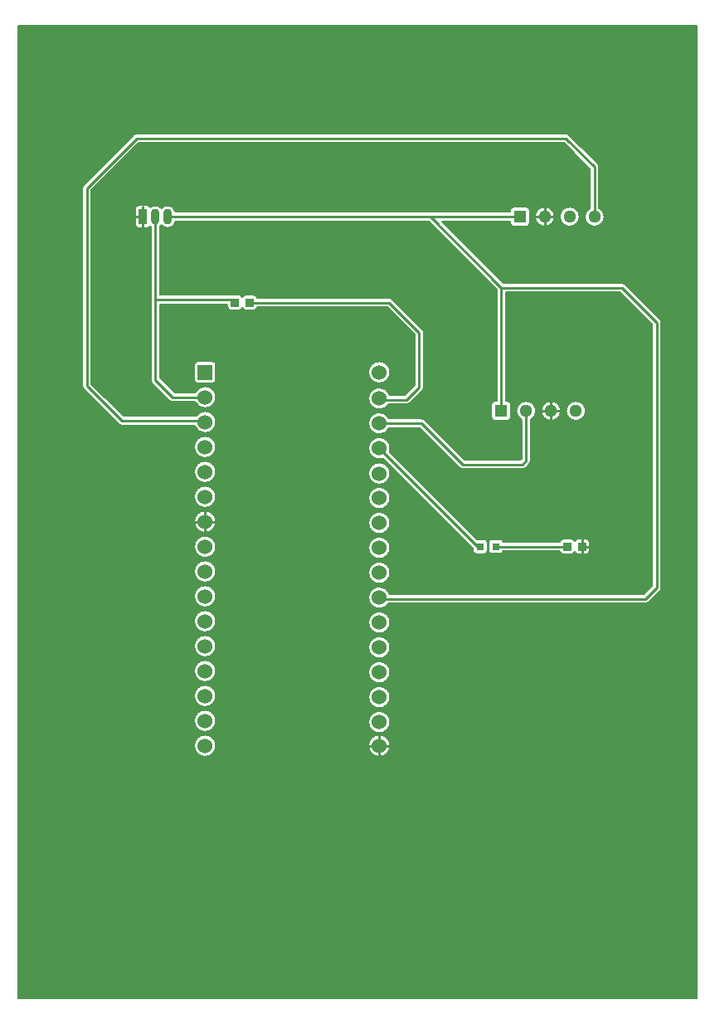
<source format=gtl>
G04 Layer: TopLayer*
G04 EasyEDA Pro v2.1.59.0ce47373.225d47, 2024-05-28 20:03:57*
G04 Gerber Generator version 0.3*
G04 Scale: 100 percent, Rotated: No, Reflected: No*
G04 Dimensions in millimeters*
G04 Leading zeros omitted, absolute positions, 3 integers and 5 decimals*
%FSLAX35Y35*%
%MOMM*%
%ADD8191C,0.2032*%
%ADD10C,0.254*%
%ADD11O,0.9X1.6*%
%ADD12R,0.9X1.6*%
%ADD13R,0.80648X0.86401*%
%ADD14R,1.524X1.524*%
%ADD15C,1.524*%
%ADD16C,1.2954*%
%ADD17R,1.2954X1.2954*%
%ADD18R,0.8041X0.8001*%
%ADD19R,0.8001X0.8001*%
G75*


G04 Copper Start*
G36*
G01X-35814Y9964186D02*
G01X-35814Y35814D01*
G01X-6964186D01*
G01Y9964186D01*
G01X-35814D01*
G37*
%LPC*%
G36*
G01X-3388614Y4127657D02*
G03X-3276600Y4015643I112014J0D01*
G03X-3182894Y4066286I0J112014D01*
G01X-558800D01*
G03X-524495Y4080495I0J48514D01*
G01X-410195Y4194795D01*
G03X-395986Y4229100I-34305J34305D01*
G01Y6934200D01*
G03X-410195Y6968505I-48514J0D01*
G01X-765795Y7324105D01*
G03X-800100Y7338314I-34305J-34305D01*
G01X-2010266D01*
G01X-2637138Y7965186D01*
G01X-1942084D01*
G01Y7948930D01*
G03X-1906270Y7913116I35814J0D01*
G01X-1776730D01*
G03X-1740916Y7948930I0J35814D01*
G01Y8078470D01*
G03X-1776730Y8114284I-35814J0D01*
G01X-1906270D01*
G03X-1942084Y8078470I0J-35814D01*
G01Y8062214D01*
G01X-2754261D01*
G01X-5355924D01*
G03X-5435600Y8129514I-79676J-13514D01*
G03X-5499100Y8098686I0J-80814D01*
G03X-5562600Y8129514I-63500J-49986D01*
G03X-5613504Y8111467I0J-80814D01*
G03X-5644600Y8129514I-31096J-17767D01*
G01X-5734600D01*
G03X-5770414Y8093700I0J-35814D01*
G01Y7933700D01*
G03X-5734600Y7897886I35814J0D01*
G01X-5644600D01*
G03X-5613504Y7915933I0J35814D01*
G03X-5611114Y7914068I50904J62767D01*
G01Y7168376D01*
G01Y6350000D01*
G03X-5596905Y6315695I48514J0D01*
G01X-5419105Y6137895D01*
G03X-5384800Y6123686I34305J34305D01*
G01X-5155563D01*
G03X-5054600Y6060186I100963J48514D01*
G03X-4942586Y6172200I0J112014D01*
G03X-5054600Y6284214I-112014J0D01*
G03X-5155563Y6220714I0J-112014D01*
G01X-5364705D01*
G01X-5514086Y6370095D01*
G01Y7119862D01*
G01X-4825074D01*
G01Y7094200D01*
G03X-4789260Y7058386I35814J0D01*
G01X-4708613D01*
G03X-4673600Y7086666I0J35814D01*
G03X-4638587Y7058386I35013J7534D01*
G01X-4557940D01*
G03X-4522522Y7088886I0J35814D01*
G01X-3195095D01*
G01X-2918714Y6812505D01*
G01Y6293895D01*
G01X-3017295Y6195314D01*
G01X-3170413D01*
G03X-3276600Y6271671I-106187J-35657D01*
G03X-3388614Y6159657I0J-112014D01*
G03X-3276600Y6047643I112014J0D01*
G03X-3182894Y6098286I0J112014D01*
G01X-2997200D01*
G03X-2962895Y6112495I0J48514D01*
G01X-2835895Y6239495D01*
G03X-2821686Y6273800I-34305J34305D01*
G01Y6832600D01*
G03X-2835895Y6866905I-48514J0D01*
G01X-3140695Y7171705D01*
G03X-3175000Y7185914I-34305J-34305D01*
G01X-4522522D01*
G03X-4557940Y7216414I-35418J-5314D01*
G01X-4638587D01*
G03X-4673600Y7188134I0J-35814D01*
G03X-4708613Y7216414I-35013J-7534D01*
G01X-4773138D01*
G03X-4779912Y7216890I-6774J-48039D01*
G01X-5514086D01*
G01Y7914068D01*
G03X-5499100Y7928714I-48514J64632D01*
G03X-5435600Y7897886I63500J49986D01*
G03X-5355924Y7965186I0J80814D01*
G01X-2774356D01*
G01X-2080514Y7271344D01*
G01Y6133084D01*
G01X-2096770D01*
G03X-2132584Y6097270I0J-35814D01*
G01Y5967730D01*
G03X-2096770Y5931916I35814J0D01*
G01X-1967230D01*
G03X-1931416Y5967730I0J35814D01*
G01Y6097270D01*
G03X-1967230Y6133084I-35814J0D01*
G01X-1983486D01*
G01Y7241286D01*
G01X-820195D01*
G01X-493014Y6914105D01*
G01Y4249195D01*
G01X-578895Y4163314D01*
G01X-3170413D01*
G03X-3276600Y4239671I-106187J-35657D01*
G03X-3388614Y4127657I0J-112014D01*
G37*
G36*
G01X-5160734Y5882386D02*
G03X-5054600Y5806186I106134J35814D01*
G03X-4942586Y5918200I0J112014D01*
G03X-5054600Y6030214I-112014J0D01*
G03X-5148408Y5979414I0J-112014D01*
G01X-5885405D01*
G01X-6212586Y6306595D01*
G01Y8285705D01*
G01X-5733005Y8765286D01*
G01X-1391695D01*
G01X-1128014Y8501605D01*
G01Y8101811D01*
G03X-1180084Y8013700I48514J-88111D01*
G03X-1079500Y7913116I100584J0D01*
G03X-978916Y8013700I0J100584D01*
G03X-1030986Y8101811I-100584J0D01*
G01Y8521700D01*
G03X-1045195Y8556005I-48514J0D01*
G01X-1337295Y8848105D01*
G03X-1371600Y8862314I-34305J-34305D01*
G01X-5753100D01*
G03X-5787405Y8848105I0J-48514D01*
G01X-6295405Y8340105D01*
G03X-6309614Y8305800I34305J-34305D01*
G01Y6286500D01*
G03X-6295405Y6252195I48514J0D01*
G01X-5939805Y5896595D01*
G03X-5905500Y5882386I34305J34305D01*
G01X-5160734D01*
G37*
G36*
G01X-2322449Y4608703D02*
G03X-2286635Y4572889I35814J0D01*
G01X-2206625D01*
G03X-2170811Y4608703I0J35814D01*
G01Y4688713D01*
G03X-2206625Y4724527I-35814J0D01*
G01X-2280861D01*
G01X-3170904Y5614570D01*
G03X-3164586Y5651657I-105696J37087D01*
G03X-3276600Y5763671I-112014J0D01*
G03X-3388614Y5651657I0J-112014D01*
G03X-3276600Y5539643I112014J0D01*
G03X-3239513Y5545961I0J112014D01*
G01X-2322449Y4628897D01*
G01Y4608703D01*
G37*
G36*
G01X-2460005Y5452095D02*
G03X-2425700Y5437886I34305J34305D01*
G01X-1816100D01*
G03X-1781795Y5452095I0J48514D01*
G01X-1743695Y5490195D01*
G03X-1729486Y5524500I-34305J34305D01*
G01Y5944389D01*
G03X-1677416Y6032500I-48514J88111D01*
G03X-1778000Y6133084I-100584J0D01*
G03X-1878584Y6032500I0J-100584D01*
G03X-1826514Y5944389I100584J0D01*
G01Y5544595D01*
G01X-1836195Y5534914D01*
G01X-2405605D01*
G01X-2810495Y5939805D01*
G03X-2844800Y5954014I-34305J-34305D01*
G01X-3175562D01*
G03X-3276600Y6017671I-101038J-48357D01*
G03X-3388614Y5905657I0J-112014D01*
G03X-3276600Y5793643I112014J0D01*
G03X-3175712Y5856986I0J112014D01*
G01X-2864895D01*
G01X-2460005Y5452095D01*
G37*
G36*
G01X-1433915Y4600702D02*
G03X-1398360Y4569186I35555J4298D01*
G01X-1317713D01*
G03X-1282700Y4597466I0J35814D01*
G03X-1247687Y4569186I35013J7534D01*
G01X-1167040D01*
G03X-1131226Y4605000I0J35814D01*
G01Y4691400D01*
G03X-1167040Y4727214I-35814J0D01*
G01X-1247687D01*
G03X-1282700Y4698934I0J-35814D01*
G03X-1317713Y4727214I-35013J-7534D01*
G01X-1398360D01*
G03X-1433610Y4697730I0J-35814D01*
G01X-2011817D01*
G03X-2046605Y4725035I-34788J-8509D01*
G01X-2126615D01*
G03X-2162429Y4689221I0J-35814D01*
G01Y4609211D01*
G03X-2126615Y4573397I35814J0D01*
G01X-2046605D01*
G03X-2011817Y4600702I0J35814D01*
G01X-1433915D01*
G37*
G36*
G01X-3276600Y6314186D02*
G03X-3164586Y6426200I0J112014D01*
G03X-3276600Y6538214I-112014J0D01*
G03X-3388614Y6426200I0J-112014D01*
G03X-3276600Y6314186I112014J0D01*
G37*
G36*
G01X-5166614Y6350000D02*
G03X-5130800Y6314186I35814J0D01*
G01X-4978400D01*
G03X-4942586Y6350000I0J35814D01*
G01Y6502400D01*
G03X-4978400Y6538214I-35814J0D01*
G01X-5130800D01*
G03X-5166614Y6502400I0J-35814D01*
G01Y6350000D01*
G37*
G36*
G01X-5054600Y3266186D02*
G03X-4942586Y3378200I0J112014D01*
G03X-5054600Y3490214I-112014J0D01*
G03X-5166614Y3378200I0J-112014D01*
G03X-5054600Y3266186I112014J0D01*
G37*
G36*
G01X-3276600Y3507643D02*
G03X-3164586Y3619657I0J112014D01*
G03X-3276600Y3731671I-112014J0D01*
G03X-3388614Y3619657I0J-112014D01*
G03X-3276600Y3507643I112014J0D01*
G37*
G36*
G01X-5166614Y3632200D02*
G03X-5054600Y3520186I112014J0D01*
G03X-4942586Y3632200I0J112014D01*
G03X-5054600Y3744214I-112014J0D01*
G03X-5166614Y3632200I0J-112014D01*
G37*
G36*
G01X-3388614Y3873657D02*
G03X-3276600Y3761643I112014J0D01*
G03X-3164586Y3873657I0J112014D01*
G03X-3276600Y3985671I-112014J0D01*
G03X-3388614Y3873657I0J-112014D01*
G37*
G36*
G01X-5166614Y3886200D02*
G03X-5054600Y3774186I112014J0D01*
G03X-4942586Y3886200I0J112014D01*
G03X-5054600Y3998214I-112014J0D01*
G03X-5166614Y3886200I0J-112014D01*
G37*
G36*
G01X-5166614Y3124200D02*
G03X-5054600Y3012186I112014J0D01*
G03X-4942586Y3124200I0J112014D01*
G03X-5054600Y3236214I-112014J0D01*
G03X-5166614Y3124200I0J-112014D01*
G37*
G36*
G01X-5166614Y4140200D02*
G03X-5054600Y4028186I112014J0D01*
G03X-4942586Y4140200I0J112014D01*
G03X-5054600Y4252214I-112014J0D01*
G03X-5166614Y4140200I0J-112014D01*
G37*
G36*
G01X-3388614Y4381657D02*
G03X-3276600Y4269643I112014J0D01*
G03X-3164586Y4381657I0J112014D01*
G03X-3276600Y4493671I-112014J0D01*
G03X-3388614Y4381657I0J-112014D01*
G37*
G36*
G01X-5166614Y4394200D02*
G03X-5054600Y4282186I112014J0D01*
G03X-4942586Y4394200I0J112014D01*
G03X-5054600Y4506214I-112014J0D01*
G03X-5166614Y4394200I0J-112014D01*
G37*
G36*
G01X-3276600Y4523643D02*
G03X-3164586Y4635657I0J112014D01*
G03X-3276600Y4747671I-112014J0D01*
G03X-3388614Y4635657I0J-112014D01*
G03X-3276600Y4523643I112014J0D01*
G37*
G36*
G01X-5054600Y4534012D02*
G03X-4942586Y4646026I0J112014D01*
G03X-5054600Y4758040I-112014J0D01*
G03X-5166614Y4646026I0J-112014D01*
G03X-5054600Y4534012I112014J0D01*
G37*
G36*
G01X-3388614Y3111657D02*
G03X-3276600Y2999643I112014J0D01*
G03X-3164586Y3111657I0J112014D01*
G03X-3276600Y3223671I-112014J0D01*
G03X-3388614Y3111657I0J-112014D01*
G37*
G36*
G01X-3276600Y4777643D02*
G03X-3164586Y4889657I0J112014D01*
G03X-3276600Y5001671I-112014J0D01*
G03X-3388614Y4889657I0J-112014D01*
G03X-3276600Y4777643I112014J0D01*
G37*
G36*
G01X-5166614Y4902200D02*
G03X-5054600Y4790186I112014J0D01*
G03X-4942586Y4902200I0J112014D01*
G03X-5054600Y5014214I-112014J0D01*
G03X-5166614Y4902200I0J-112014D01*
G37*
G36*
G01X-3388614Y5143657D02*
G03X-3276600Y5031643I112014J0D01*
G03X-3164586Y5143657I0J112014D01*
G03X-3276600Y5255671I-112014J0D01*
G03X-3388614Y5143657I0J-112014D01*
G37*
G36*
G01X-5054600Y5044186D02*
G03X-4942586Y5156200I0J112014D01*
G03X-5054600Y5268214I-112014J0D01*
G03X-5166614Y5156200I0J-112014D01*
G03X-5054600Y5044186I112014J0D01*
G37*
G36*
G01X-3388614Y5393450D02*
G03X-3276600Y5281436I112014J0D01*
G03X-3164586Y5393450I0J112014D01*
G03X-3276600Y5505464I-112014J0D01*
G03X-3388614Y5393450I0J-112014D01*
G37*
G36*
G01X-5054600Y5298186D02*
G03X-4942586Y5410200I0J112014D01*
G03X-5054600Y5522214I-112014J0D01*
G03X-5166614Y5410200I0J-112014D01*
G03X-5054600Y5298186I112014J0D01*
G37*
G36*
G01X-5166614Y2870200D02*
G03X-5054600Y2758186I112014J0D01*
G03X-4942586Y2870200I0J112014D01*
G03X-5054600Y2982214I-112014J0D01*
G03X-5166614Y2870200I0J-112014D01*
G37*
G36*
G01X-5054600Y5552186D02*
G03X-4942586Y5664200I0J112014D01*
G03X-5054600Y5776214I-112014J0D01*
G03X-5166614Y5664200I0J-112014D01*
G03X-5054600Y5552186I112014J0D01*
G37*
G36*
G01X-3388614Y2857657D02*
G03X-3276600Y2745643I112014J0D01*
G03X-3164586Y2857657I0J112014D01*
G03X-3276600Y2969671I-112014J0D01*
G03X-3388614Y2857657I0J-112014D01*
G37*
G36*
G01X-5054600Y2504186D02*
G03X-4942586Y2616200I0J112014D01*
G03X-5054600Y2728214I-112014J0D01*
G03X-5166614Y2616200I0J-112014D01*
G03X-5054600Y2504186I112014J0D01*
G37*
G36*
G01X-3388614Y3365657D02*
G03X-3276600Y3253643I112014J0D01*
G03X-3164586Y3365657I0J112014D01*
G03X-3276600Y3477671I-112014J0D01*
G03X-3388614Y3365657I0J-112014D01*
G37*
G36*
G01X-3276600Y2504186D02*
G03X-3164586Y2616200I0J112014D01*
G03X-3276600Y2728214I-112014J0D01*
G03X-3388614Y2616200I0J-112014D01*
G03X-3276600Y2504186I112014J0D01*
G37*
G36*
G01X-1270000Y5931916D02*
G03X-1169416Y6032500I0J100584D01*
G03X-1270000Y6133084I-100584J0D01*
G03X-1370584Y6032500I0J-100584D01*
G03X-1270000Y5931916I100584J0D01*
G37*
G36*
G01X-1524000Y5931916D02*
G03X-1423416Y6032500I0J100584D01*
G03X-1524000Y6133084I-100584J0D01*
G03X-1624584Y6032500I0J-100584D01*
G03X-1524000Y5931916I100584J0D01*
G37*
G36*
G01X-1688084Y8013700D02*
G03X-1587500Y7913116I100584J0D01*
G03X-1486916Y8013700I0J100584D01*
G03X-1587500Y8114284I-100584J0D01*
G03X-1688084Y8013700I0J-100584D01*
G37*
G36*
G01X-1333500Y7913116D02*
G03X-1232916Y8013700I0J100584D01*
G03X-1333500Y8114284I-100584J0D01*
G03X-1434084Y8013700I0J-100584D01*
G03X-1333500Y7913116I100584J0D01*
G37*
%LPD*%
G54D8191*
G01X-35814Y9964186D02*
G01X-35814Y35814D01*
G01X-6964186D01*
G01Y9964186D01*
G01X-35814D01*
G01X-3388614Y4127657D02*
G03X-3276600Y4015643I112014J0D01*
G03X-3182894Y4066286I0J112014D01*
G01X-558800D01*
G03X-524495Y4080495I0J48514D01*
G01X-410195Y4194795D01*
G03X-395986Y4229100I-34305J34305D01*
G01Y6934200D01*
G03X-410195Y6968505I-48514J0D01*
G01X-765795Y7324105D01*
G03X-800100Y7338314I-34305J-34305D01*
G01X-2010266D01*
G01X-2637138Y7965186D01*
G01X-1942084D01*
G01Y7948930D01*
G03X-1906270Y7913116I35814J0D01*
G01X-1776730D01*
G03X-1740916Y7948930I0J35814D01*
G01Y8078470D01*
G03X-1776730Y8114284I-35814J0D01*
G01X-1906270D01*
G03X-1942084Y8078470I0J-35814D01*
G01Y8062214D01*
G01X-2754261D01*
G01X-5355924D01*
G03X-5435600Y8129514I-79676J-13514D01*
G03X-5499100Y8098686I0J-80814D01*
G03X-5562600Y8129514I-63500J-49986D01*
G03X-5613504Y8111467I0J-80814D01*
G03X-5644600Y8129514I-31096J-17767D01*
G01X-5734600D01*
G03X-5770414Y8093700I0J-35814D01*
G01Y7933700D01*
G03X-5734600Y7897886I35814J0D01*
G01X-5644600D01*
G03X-5613504Y7915933I0J35814D01*
G03X-5611114Y7914068I50904J62767D01*
G01Y7168376D01*
G01Y6350000D01*
G03X-5596905Y6315695I48514J0D01*
G01X-5419105Y6137895D01*
G03X-5384800Y6123686I34305J34305D01*
G01X-5155563D01*
G03X-5054600Y6060186I100963J48514D01*
G03X-4942586Y6172200I0J112014D01*
G03X-5054600Y6284214I-112014J0D01*
G03X-5155563Y6220714I0J-112014D01*
G01X-5364705D01*
G01X-5514086Y6370095D01*
G01Y7119862D01*
G01X-4825074D01*
G01Y7094200D01*
G03X-4789260Y7058386I35814J0D01*
G01X-4708613D01*
G03X-4673600Y7086666I0J35814D01*
G03X-4638587Y7058386I35013J7534D01*
G01X-4557940D01*
G03X-4522522Y7088886I0J35814D01*
G01X-3195095D01*
G01X-2918714Y6812505D01*
G01Y6293895D01*
G01X-3017295Y6195314D01*
G01X-3170413D01*
G03X-3276600Y6271671I-106187J-35657D01*
G03X-3388614Y6159657I0J-112014D01*
G03X-3276600Y6047643I112014J0D01*
G03X-3182894Y6098286I0J112014D01*
G01X-2997200D01*
G03X-2962895Y6112495I0J48514D01*
G01X-2835895Y6239495D01*
G03X-2821686Y6273800I-34305J34305D01*
G01Y6832600D01*
G03X-2835895Y6866905I-48514J0D01*
G01X-3140695Y7171705D01*
G03X-3175000Y7185914I-34305J-34305D01*
G01X-4522522D01*
G03X-4557940Y7216414I-35418J-5314D01*
G01X-4638587D01*
G03X-4673600Y7188134I0J-35814D01*
G03X-4708613Y7216414I-35013J-7534D01*
G01X-4773138D01*
G03X-4779912Y7216890I-6774J-48039D01*
G01X-5514086D01*
G01Y7914068D01*
G03X-5499100Y7928714I-48514J64632D01*
G03X-5435600Y7897886I63500J49986D01*
G03X-5355924Y7965186I0J80814D01*
G01X-2774356D01*
G01X-2080514Y7271344D01*
G01Y6133084D01*
G01X-2096770D01*
G03X-2132584Y6097270I0J-35814D01*
G01Y5967730D01*
G03X-2096770Y5931916I35814J0D01*
G01X-1967230D01*
G03X-1931416Y5967730I0J35814D01*
G01Y6097270D01*
G03X-1967230Y6133084I-35814J0D01*
G01X-1983486D01*
G01Y7241286D01*
G01X-820195D01*
G01X-493014Y6914105D01*
G01Y4249195D01*
G01X-578895Y4163314D01*
G01X-3170413D01*
G03X-3276600Y4239671I-106187J-35657D01*
G03X-3388614Y4127657I0J-112014D01*
G01X-5160734Y5882386D02*
G03X-5054600Y5806186I106134J35814D01*
G03X-4942586Y5918200I0J112014D01*
G03X-5054600Y6030214I-112014J0D01*
G03X-5148408Y5979414I0J-112014D01*
G01X-5885405D01*
G01X-6212586Y6306595D01*
G01Y8285705D01*
G01X-5733005Y8765286D01*
G01X-1391695D01*
G01X-1128014Y8501605D01*
G01Y8101811D01*
G03X-1180084Y8013700I48514J-88111D01*
G03X-1079500Y7913116I100584J0D01*
G03X-978916Y8013700I0J100584D01*
G03X-1030986Y8101811I-100584J0D01*
G01Y8521700D01*
G03X-1045195Y8556005I-48514J0D01*
G01X-1337295Y8848105D01*
G03X-1371600Y8862314I-34305J-34305D01*
G01X-5753100D01*
G03X-5787405Y8848105I0J-48514D01*
G01X-6295405Y8340105D01*
G03X-6309614Y8305800I34305J-34305D01*
G01Y6286500D01*
G03X-6295405Y6252195I48514J0D01*
G01X-5939805Y5896595D01*
G03X-5905500Y5882386I34305J34305D01*
G01X-5160734D01*
G01X-2322449Y4608703D02*
G03X-2286635Y4572889I35814J0D01*
G01X-2206625D01*
G03X-2170811Y4608703I0J35814D01*
G01Y4688713D01*
G03X-2206625Y4724527I-35814J0D01*
G01X-2280861D01*
G01X-3170904Y5614570D01*
G03X-3164586Y5651657I-105696J37087D01*
G03X-3276600Y5763671I-112014J0D01*
G03X-3388614Y5651657I0J-112014D01*
G03X-3276600Y5539643I112014J0D01*
G03X-3239513Y5545961I0J112014D01*
G01X-2322449Y4628897D01*
G01Y4608703D01*
G01X-2460005Y5452095D02*
G03X-2425700Y5437886I34305J34305D01*
G01X-1816100D01*
G03X-1781795Y5452095I0J48514D01*
G01X-1743695Y5490195D01*
G03X-1729486Y5524500I-34305J34305D01*
G01Y5944389D01*
G03X-1677416Y6032500I-48514J88111D01*
G03X-1778000Y6133084I-100584J0D01*
G03X-1878584Y6032500I0J-100584D01*
G03X-1826514Y5944389I100584J0D01*
G01Y5544595D01*
G01X-1836195Y5534914D01*
G01X-2405605D01*
G01X-2810495Y5939805D01*
G03X-2844800Y5954014I-34305J-34305D01*
G01X-3175562D01*
G03X-3276600Y6017671I-101038J-48357D01*
G03X-3388614Y5905657I0J-112014D01*
G03X-3276600Y5793643I112014J0D01*
G03X-3175712Y5856986I0J112014D01*
G01X-2864895D01*
G01X-2460005Y5452095D01*
G01X-1433915Y4600702D02*
G03X-1398360Y4569186I35555J4298D01*
G01X-1317713D01*
G03X-1282700Y4597466I0J35814D01*
G03X-1247687Y4569186I35013J7534D01*
G01X-1167040D01*
G03X-1131226Y4605000I0J35814D01*
G01Y4691400D01*
G03X-1167040Y4727214I-35814J0D01*
G01X-1247687D01*
G03X-1282700Y4698934I0J-35814D01*
G03X-1317713Y4727214I-35013J-7534D01*
G01X-1398360D01*
G03X-1433610Y4697730I0J-35814D01*
G01X-2011817D01*
G03X-2046605Y4725035I-34788J-8509D01*
G01X-2126615D01*
G03X-2162429Y4689221I0J-35814D01*
G01Y4609211D01*
G03X-2126615Y4573397I35814J0D01*
G01X-2046605D01*
G03X-2011817Y4600702I0J35814D01*
G01X-1433915D01*
G01X-3276600Y6314186D02*
G03X-3164586Y6426200I0J112014D01*
G03X-3276600Y6538214I-112014J0D01*
G03X-3388614Y6426200I0J-112014D01*
G03X-3276600Y6314186I112014J0D01*
G01X-5166614Y6350000D02*
G03X-5130800Y6314186I35814J0D01*
G01X-4978400D01*
G03X-4942586Y6350000I0J35814D01*
G01Y6502400D01*
G03X-4978400Y6538214I-35814J0D01*
G01X-5130800D01*
G03X-5166614Y6502400I0J-35814D01*
G01Y6350000D01*
G01X-5054600Y3266186D02*
G03X-4942586Y3378200I0J112014D01*
G03X-5054600Y3490214I-112014J0D01*
G03X-5166614Y3378200I0J-112014D01*
G03X-5054600Y3266186I112014J0D01*
G01X-3276600Y3507643D02*
G03X-3164586Y3619657I0J112014D01*
G03X-3276600Y3731671I-112014J0D01*
G03X-3388614Y3619657I0J-112014D01*
G03X-3276600Y3507643I112014J0D01*
G01X-5166614Y3632200D02*
G03X-5054600Y3520186I112014J0D01*
G03X-4942586Y3632200I0J112014D01*
G03X-5054600Y3744214I-112014J0D01*
G03X-5166614Y3632200I0J-112014D01*
G01X-3388614Y3873657D02*
G03X-3276600Y3761643I112014J0D01*
G03X-3164586Y3873657I0J112014D01*
G03X-3276600Y3985671I-112014J0D01*
G03X-3388614Y3873657I0J-112014D01*
G01X-5166614Y3886200D02*
G03X-5054600Y3774186I112014J0D01*
G03X-4942586Y3886200I0J112014D01*
G03X-5054600Y3998214I-112014J0D01*
G03X-5166614Y3886200I0J-112014D01*
G01X-5166614Y3124200D02*
G03X-5054600Y3012186I112014J0D01*
G03X-4942586Y3124200I0J112014D01*
G03X-5054600Y3236214I-112014J0D01*
G03X-5166614Y3124200I0J-112014D01*
G01X-5166614Y4140200D02*
G03X-5054600Y4028186I112014J0D01*
G03X-4942586Y4140200I0J112014D01*
G03X-5054600Y4252214I-112014J0D01*
G03X-5166614Y4140200I0J-112014D01*
G01X-3388614Y4381657D02*
G03X-3276600Y4269643I112014J0D01*
G03X-3164586Y4381657I0J112014D01*
G03X-3276600Y4493671I-112014J0D01*
G03X-3388614Y4381657I0J-112014D01*
G01X-5166614Y4394200D02*
G03X-5054600Y4282186I112014J0D01*
G03X-4942586Y4394200I0J112014D01*
G03X-5054600Y4506214I-112014J0D01*
G03X-5166614Y4394200I0J-112014D01*
G01X-3276600Y4523643D02*
G03X-3164586Y4635657I0J112014D01*
G03X-3276600Y4747671I-112014J0D01*
G03X-3388614Y4635657I0J-112014D01*
G03X-3276600Y4523643I112014J0D01*
G01X-5054600Y4534012D02*
G03X-4942586Y4646026I0J112014D01*
G03X-5054600Y4758040I-112014J0D01*
G03X-5166614Y4646026I0J-112014D01*
G03X-5054600Y4534012I112014J0D01*
G01X-3388614Y3111657D02*
G03X-3276600Y2999643I112014J0D01*
G03X-3164586Y3111657I0J112014D01*
G03X-3276600Y3223671I-112014J0D01*
G03X-3388614Y3111657I0J-112014D01*
G01X-3276600Y4777643D02*
G03X-3164586Y4889657I0J112014D01*
G03X-3276600Y5001671I-112014J0D01*
G03X-3388614Y4889657I0J-112014D01*
G03X-3276600Y4777643I112014J0D01*
G01X-5166614Y4902200D02*
G03X-5054600Y4790186I112014J0D01*
G03X-4942586Y4902200I0J112014D01*
G03X-5054600Y5014214I-112014J0D01*
G03X-5166614Y4902200I0J-112014D01*
G01X-3388614Y5143657D02*
G03X-3276600Y5031643I112014J0D01*
G03X-3164586Y5143657I0J112014D01*
G03X-3276600Y5255671I-112014J0D01*
G03X-3388614Y5143657I0J-112014D01*
G01X-5054600Y5044186D02*
G03X-4942586Y5156200I0J112014D01*
G03X-5054600Y5268214I-112014J0D01*
G03X-5166614Y5156200I0J-112014D01*
G03X-5054600Y5044186I112014J0D01*
G01X-3388614Y5393450D02*
G03X-3276600Y5281436I112014J0D01*
G03X-3164586Y5393450I0J112014D01*
G03X-3276600Y5505464I-112014J0D01*
G03X-3388614Y5393450I0J-112014D01*
G01X-5054600Y5298186D02*
G03X-4942586Y5410200I0J112014D01*
G03X-5054600Y5522214I-112014J0D01*
G03X-5166614Y5410200I0J-112014D01*
G03X-5054600Y5298186I112014J0D01*
G01X-5166614Y2870200D02*
G03X-5054600Y2758186I112014J0D01*
G03X-4942586Y2870200I0J112014D01*
G03X-5054600Y2982214I-112014J0D01*
G03X-5166614Y2870200I0J-112014D01*
G01X-5054600Y5552186D02*
G03X-4942586Y5664200I0J112014D01*
G03X-5054600Y5776214I-112014J0D01*
G03X-5166614Y5664200I0J-112014D01*
G03X-5054600Y5552186I112014J0D01*
G01X-3388614Y2857657D02*
G03X-3276600Y2745643I112014J0D01*
G03X-3164586Y2857657I0J112014D01*
G03X-3276600Y2969671I-112014J0D01*
G03X-3388614Y2857657I0J-112014D01*
G01X-5054600Y2504186D02*
G03X-4942586Y2616200I0J112014D01*
G03X-5054600Y2728214I-112014J0D01*
G03X-5166614Y2616200I0J-112014D01*
G03X-5054600Y2504186I112014J0D01*
G01X-3388614Y3365657D02*
G03X-3276600Y3253643I112014J0D01*
G03X-3164586Y3365657I0J112014D01*
G03X-3276600Y3477671I-112014J0D01*
G03X-3388614Y3365657I0J-112014D01*
G01X-3276600Y2504186D02*
G03X-3164586Y2616200I0J112014D01*
G03X-3276600Y2728214I-112014J0D01*
G03X-3388614Y2616200I0J-112014D01*
G03X-3276600Y2504186I112014J0D01*
G01X-1270000Y5931916D02*
G03X-1169416Y6032500I0J100584D01*
G03X-1270000Y6133084I-100584J0D01*
G03X-1370584Y6032500I0J-100584D01*
G03X-1270000Y5931916I100584J0D01*
G01X-1524000Y5931916D02*
G03X-1423416Y6032500I0J100584D01*
G03X-1524000Y6133084I-100584J0D01*
G03X-1624584Y6032500I0J-100584D01*
G03X-1524000Y5931916I100584J0D01*
G01X-1688084Y8013700D02*
G03X-1587500Y7913116I100584J0D01*
G03X-1486916Y8013700I0J100584D01*
G03X-1587500Y8114284I-100584J0D01*
G03X-1688084Y8013700I0J-100584D01*
G01X-1333500Y7913116D02*
G03X-1232916Y8013700I0J100584D01*
G03X-1333500Y8114284I-100584J0D01*
G03X-1434084Y8013700I0J-100584D01*
G03X-1333500Y7913116I100584J0D01*
G54D10*
G01X-1207364Y4648200D02*
G01X-1141132Y4648200D01*
G01X-1207364Y4648200D02*
G01X-1207364Y4717308D01*
G01X-1207364Y4648200D02*
G01X-1207364Y4579092D01*
G01X-5689600Y8013700D02*
G01X-5760508Y8013700D01*
G01X-5689600Y8013700D02*
G01X-5689600Y8119608D01*
G01X-5689600Y8013700D02*
G01X-5689600Y7907792D01*
G01X-5054600Y4902200D02*
G01X-5156708Y4902200D01*
G01X-5054600Y4902200D02*
G01X-4952492Y4902200D01*
G01X-5054600Y4902200D02*
G01X-5054600Y5004308D01*
G01X-5054600Y4902200D02*
G01X-5054600Y4800092D01*
G01X-3276600Y2616200D02*
G01X-3378708Y2616200D01*
G01X-3276600Y2616200D02*
G01X-3174492Y2616200D01*
G01X-3276600Y2616200D02*
G01X-3276600Y2718308D01*
G01X-3276600Y2616200D02*
G01X-3276600Y2514092D01*
G01X-1587500Y8013700D02*
G01X-1496822Y8013700D01*
G01X-1587500Y8013700D02*
G01X-1678178Y8013700D01*
G01X-1587500Y8013700D02*
G01X-1587500Y7923022D01*
G01X-1587500Y8013700D02*
G01X-1587500Y8104378D01*
G01X-1524000Y6032500D02*
G01X-1433322Y6032500D01*
G01X-1524000Y6032500D02*
G01X-1614678Y6032500D01*
G01X-1524000Y6032500D02*
G01X-1524000Y5941822D01*
G01X-1524000Y6032500D02*
G01X-1524000Y6123178D01*
G04 Copper End*

G04 Pad Start*
G54D11*
G01X-5435600Y8013700D03*
G01X-5562600Y8013700D03*
G54D12*
G01X-5689600Y8013700D03*
G54D13*
G01X-4598264Y7137400D03*
G01X-4748936Y7137400D03*
G54D14*
G01X-5054600Y6426200D03*
G54D15*
G01X-5054600Y6172200D03*
G01X-5054600Y5918200D03*
G01X-5054600Y5664200D03*
G01X-5054600Y5410200D03*
G01X-5054600Y5156200D03*
G01X-5054600Y4902200D03*
G01X-5054600Y4646026D03*
G01X-5054600Y4394200D03*
G01X-5054600Y4140200D03*
G01X-5054600Y3886200D03*
G01X-5054600Y3632200D03*
G01X-5054600Y3378200D03*
G01X-5054600Y2870200D03*
G01X-5054600Y2616200D03*
G01X-5054600Y3124200D03*
G01X-3276600Y2616200D03*
G01X-3276600Y6159657D03*
G01X-3276600Y5905657D03*
G01X-3276600Y5651657D03*
G01X-3276600Y5393450D03*
G01X-3276600Y5143657D03*
G01X-3276600Y4889657D03*
G01X-3276600Y4635657D03*
G01X-3276600Y4381657D03*
G01X-3276600Y4127657D03*
G01X-3276600Y3873657D03*
G01X-3276600Y3619657D03*
G01X-3276600Y3365657D03*
G01X-3276600Y3111657D03*
G01X-3276600Y2857657D03*
G01X-3276600Y6426200D03*
G54D16*
G01X-1079500Y8013700D03*
G01X-1333500Y8013700D03*
G01X-1587500Y8013700D03*
G54D17*
G01X-1841500Y8013700D03*
G54D16*
G01X-1270000Y6032500D03*
G01X-1524000Y6032500D03*
G01X-1778000Y6032500D03*
G54D17*
G01X-2032000Y6032500D03*
G54D19*
G01X-2086610Y4649216D03*
G01X-2246630Y4648708D03*
G54D13*
G01X-1207364Y4648200D03*
G01X-1358036Y4648200D03*
G04 Pad End*

G04 Track Start*
G54D10*
G01X-5562600Y6350000D02*
G01X-5384800Y6172200D01*
G01X-5054600D01*
G01X-4748936Y7137400D02*
G01X-4779912Y7168376D01*
G01X-5562600D01*
G01X-5562600Y8013700D02*
G01X-5562600Y7168376D01*
G01Y6350000D01*
G01X-4598264Y7137400D02*
G01X-3175000Y7137400D01*
G01X-2870200Y6832600D01*
G01Y6273800D01*
G01X-2997200Y6146800D01*
G01X-3263743D01*
G01X-3276600Y6159657D01*
G01X-1079500Y8013700D02*
G01X-1079500Y8521700D01*
G01X-1371600Y8813800D01*
G01X-5753100D01*
G01X-6261100Y8305800D01*
G01Y6286500D01*
G01X-5905500Y5930900D01*
G01X-5067300D01*
G01X-5054600Y5918200D01*
G01X-444500Y6934200D02*
G01X-444500Y4229100D01*
G01X-558800Y4114800D01*
G01X-3263743D01*
G01X-3276600Y4127657D01*
G01X-800100Y7289800D02*
G01X-444500Y6934200D01*
G01X-2032000Y6032500D02*
G01X-2032000Y7288161D01*
G01X-2030361Y7289800D01*
G01X-800100D01*
G01X-2754261Y8013700D02*
G01X-2030361Y7289800D01*
G01X-2754261Y8013700D02*
G01X-1841500Y8013700D01*
G01X-2754261Y8013700D02*
G01X-5435600Y8013700D01*
G01X-1778000Y6032500D02*
G01X-1778000Y5524500D01*
G01X-1816100Y5486400D01*
G01X-2425700D01*
G01X-2844800Y5905500D01*
G01X-3276443D01*
G01X-3276600Y5651657D02*
G01X-2273651Y4648708D01*
G01X-2246630D01*
G01X-2086610Y4649216D02*
G01X-1359052Y4649216D01*
G01X-1358036Y4648200D01*
G01X-5054600Y4902200D02*
G01X-5397500Y4902200D01*
G01X-5562600Y4737100D01*
G01Y2654300D01*
G01X-5067300Y2159000D01*
G01X-3200400D01*
G01X-2933700Y2616200D02*
G01X-3276600Y2616200D01*
G01X-3200400Y2159000D02*
G01X-2933700Y2425700D01*
G01Y2616200D01*
G04 Track End*

M02*

</source>
